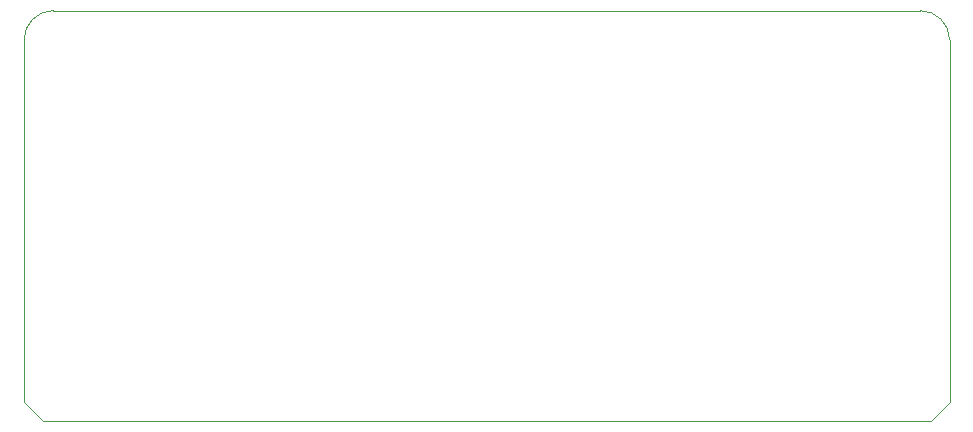
<source format=gbr>
%TF.GenerationSoftware,KiCad,Pcbnew,7.99.0-3012-g423a5b9961*%
%TF.CreationDate,2023-10-18T14:22:59-04:00*%
%TF.ProjectId,drvesc,64727665-7363-42e6-9b69-6361645f7063,V1.0*%
%TF.SameCoordinates,Original*%
%TF.FileFunction,Profile,NP*%
%FSLAX46Y46*%
G04 Gerber Fmt 4.6, Leading zero omitted, Abs format (unit mm)*
G04 Created by KiCad (PCBNEW 7.99.0-3012-g423a5b9961) date 2023-10-18 14:22:59*
%MOMM*%
%LPD*%
G01*
G04 APERTURE LIST*
%TA.AperFunction,Profile*%
%ADD10C,0.100000*%
%TD*%
%TA.AperFunction,Profile*%
%ADD11C,0.120000*%
%TD*%
G04 APERTURE END LIST*
D10*
X98069400Y-123875800D02*
X98069400Y-99502600D01*
X176453800Y-99502600D02*
X176453800Y-123875800D01*
X100569400Y-97002600D02*
X173953800Y-97002600D01*
X98069400Y-99502600D02*
G75*
G02*
X100569400Y-97002600I2500000J0D01*
G01*
X173953800Y-97002600D02*
G75*
G02*
X176453800Y-99502600I0J-2500000D01*
G01*
D11*
%TO.C,J1*%
X98069400Y-130124200D02*
X98069400Y-123875800D01*
X99669600Y-131749800D02*
X98069400Y-130124200D01*
X174853600Y-131749800D02*
X99669600Y-131749800D01*
X176453800Y-123875800D02*
X176453800Y-130124200D01*
X176453800Y-130124200D02*
X174853600Y-131749800D01*
%TD*%
M02*

</source>
